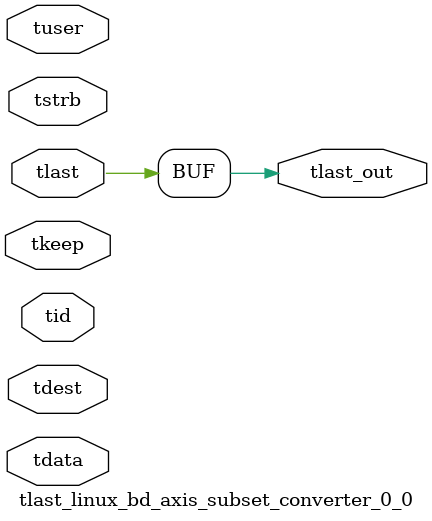
<source format=v>


`timescale 1ps/1ps

module tlast_linux_bd_axis_subset_converter_0_0 #
(
parameter C_S_AXIS_TID_WIDTH   = 1,
parameter C_S_AXIS_TUSER_WIDTH = 0,
parameter C_S_AXIS_TDATA_WIDTH = 0,
parameter C_S_AXIS_TDEST_WIDTH = 0
)
(
input  [(C_S_AXIS_TID_WIDTH   == 0 ? 1 : C_S_AXIS_TID_WIDTH)-1:0       ] tid,
input  [(C_S_AXIS_TDATA_WIDTH == 0 ? 1 : C_S_AXIS_TDATA_WIDTH)-1:0     ] tdata,
input  [(C_S_AXIS_TUSER_WIDTH == 0 ? 1 : C_S_AXIS_TUSER_WIDTH)-1:0     ] tuser,
input  [(C_S_AXIS_TDEST_WIDTH == 0 ? 1 : C_S_AXIS_TDEST_WIDTH)-1:0     ] tdest,
input  [(C_S_AXIS_TDATA_WIDTH/8)-1:0 ] tkeep,
input  [(C_S_AXIS_TDATA_WIDTH/8)-1:0 ] tstrb,
input  [0:0]                                                             tlast,
output                                                                   tlast_out
);

assign tlast_out = {tlast[0]};

endmodule


</source>
